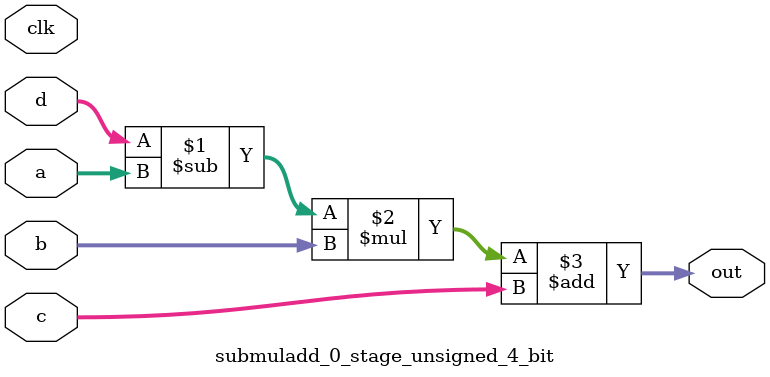
<source format=sv>
(* use_dsp = "yes" *) module submuladd_0_stage_unsigned_4_bit(
	input  [3:0] a,
	input  [3:0] b,
	input  [3:0] c,
	input  [3:0] d,
	output [3:0] out,
	input clk);

	assign out = ((d - a) * b) + c;
endmodule

</source>
